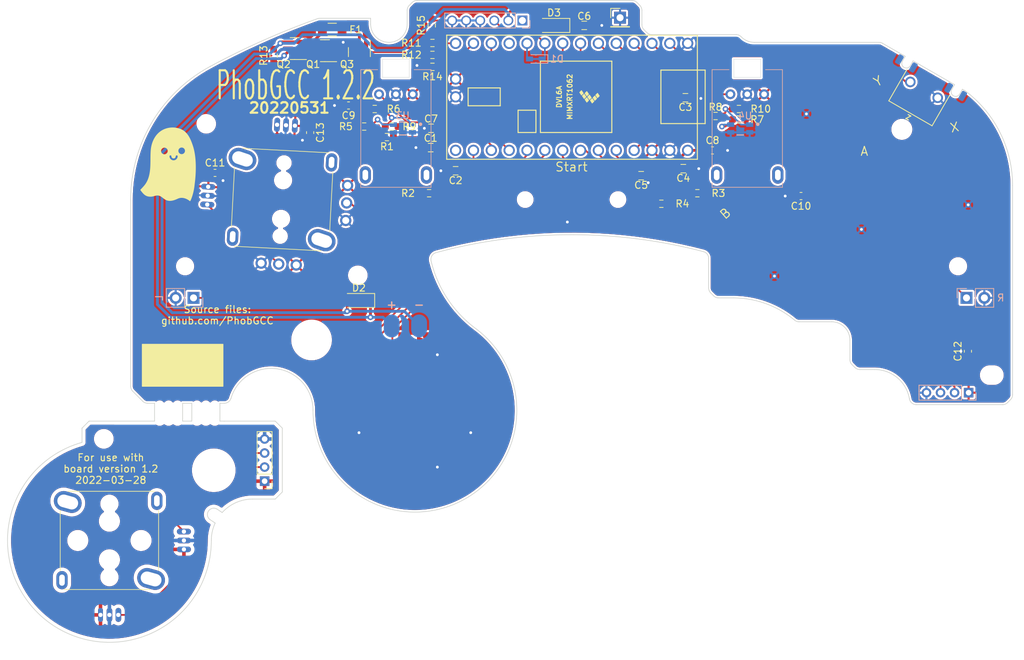
<source format=kicad_pcb>
(kicad_pcb (version 20211014) (generator pcbnew)
  (layers (0 "F.Cu" signal) (31 "B.Cu" signal) (36 "B.SilkS" user "B.Silkscreen") (37 "F.SilkS" user "F.Silkscreen") (38 "B.Mask" user) (39 "F.Mask" user) (44 "Edge.Cuts" user))
  (net 0 "")
  (net 1 "GND")
  (net 2 "+3V3")
  (net 3 "/C_x")
  (net 4 "/C_y")
  (net 5 "/A")
  (net 6 "/B")
  (net 7 "/X")
  (net 8 "/Y")
  (net 9 "/R")
  (net 10 "/Start")
  (net 11 "/Z")
  (net 12 "/Dleft")
  (net 13 "/Dup")
  (net 14 "/Dright")
  (net 15 "/Ddown")
  (net 16 "/Lanalog")
  (net 17 "/Ranalog")
  (net 18 "/Stick_x")
  (net 19 "/Stick_y")
  (net 20 "/L")
  (net 21 "/Stick_x_filt")
  (net 22 "/Stick_y_filt")
  (net 23 "+5V")
  (net 25 "/Rumble")
  (net 27 "/C_x_filt")
  (net 28 "/C_y_filt")
  (net 29 "Net-(R5-Pad2)")
  (net 30 "Net-(R6-Pad2)")
  (net 31 "Net-(R7-Pad2)")
  (net 32 "Net-(Q1-Pad1)")
  (net 33 "Net-(R10-Pad2)")
  (net 34 "Net-(C6-Pad1)")
  (net 35 "Net-(F1-Pad2)")
  (net 36 "Net-(Q1-Pad3)")
  (net 37 "/Brake")
  (net 38 "Net-(Q3-Pad1)")
  (net 39 "Net-(D2-Pad2)")
  (net 40 "/Data")
  (net 42 "VCC")
  (net 43 "Net-(J4-Pad2)")
  (net 44 "Net-(J4-Pad3)")
  (footprint "PhobGCC_Footprints:MountingHole_2.0mm" (layer "F.Cu") (at 42.291107 102.488107)
    (fp_text reference "H12" hide)
    (fp_text value "MountingHole")
  )
  (footprint "PhobGCC_Footprints:Dpad_Contact_TL3315NF_2" (layer "F.Cu") (at 90.257107 75.987107 -90)
    (fp_text reference "SW10" hide)
    (fp_text value "Dup" hide)
  )
  (footprint "PhobGCC_Footprints:R_0603_1608Metric_Pad0.98x0.95mm_HandSolder" (layer "F.Cu") (at 92.657107 29.124607 -90)
    (fp_text reference "R15")
    (fp_text value "10k")
  )
  (footprint "PhobGCC_Footprints:ABXY_Contact_Omron_Switch" (layer "F.Cu") (at 149.807107 39.787107 -63)
    (fp_text reference "SW4" hide)
    (fp_text value "Y")
  )
  (footprint "PhobGCC_Footprints:MountingHole_2.0mm" (layer "F.Cu") (at 167.557107 63.437107)
    (fp_text reference "H4" hide)
    (fp_text value "2mm")
  )
  (footprint "PhobGCC_Footprints:D_SOD-123" (layer "F.Cu") (at 82.287107 68.317107 180)
    (fp_text reference "D2")
    (fp_text value "M7C")
  )
  (footprint "PhobGCC_Footprints:MountingHole_1.8mm" (layer "F.Cu") (at 119.157107 53.937107)
    (fp_text reference "H6" hide)
    (fp_text value "1.8mm")
  )
  (footprint "PhobGCC_Footprints:R_0603_1608Metric_Pad0.98x0.95mm_HandSolder" (layer "F.Cu") (at 86.282107 45.037107 180)
    (fp_text reference "R1")
    (fp_text value "2k")
  )
  (footprint "PhobGCC_Footprints:C_0603_HandSoldering" (layer "F.Cu") (at 96.057107 49.837107 180)
    (fp_text reference "C2")
    (fp_text value "0.047u")
  )
  (footprint "PhobGCC_Footprints:R_0603_1608Metric_Pad0.98x0.95mm_HandSolder" (layer "F.Cu") (at 130.457107 53.037107)
    (fp_text reference "R3")
    (fp_text value "2k")
  )
  (footprint "PhobGCC_Footprints:ABXY_Contact_Omron_Switch" (layer "F.Cu") (at 138.607107 61.587107 41)
    (fp_text reference "SW2" hide)
    (fp_text value "B")
  )
  (footprint "PhobGCC_Footprints:Fuse_1206_3216Metric" (layer "F.Cu") (at 78.494607 29.737107)
    (fp_text reference "F1")
    (fp_text value "Fuse")
  )
  (footprint "PhobGCC_Footprints:Dpad_Contact_TL3315NF_2" (layer "F.Cu") (at 90.257107 91.887107 -90)
    (fp_text reference "SW12" hide)
    (fp_text value "Ddown" hide)
  )
  (footprint "PhobGCC_Footprints:ABXY_Contact_Omron_Switch" (layer "F.Cu") (at 153.807107 53.887107)
    (fp_text reference "SW1" hide)
    (fp_text value "A")
  )
  (footprint "PhobGCC_Footprints:MountingHole_1.8mm" (layer "F.Cu") (at 105.957107 53.937107)
    (fp_text reference "H5" hide)
    (fp_text value "1.8mm")
  )
  (footprint "PhobGCC_Footprints:C_0603_HandSoldering" (layer "F.Cu") (at 122.457107 50.537107)
    (fp_text reference "C5")
    (fp_text value "0.047u")
  )
  (footprint "PhobGCC_Footprints:C_0603_1608Metric_Pad1.08x0.95mm_HandSolder" (layer "F.Cu") (at 75.357107 44.399607 -90)
    (fp_text reference "C13")
    (fp_text value "1u")
  )
  (footprint "PhobGCC_Footprints:R_0603_1608_DNP" (layer "F.Cu") (at 86.957107 43.537107)
    (fp_text reference "R9")
    (fp_text value "DNP")
  )
  (footprint "PhobGCC_Footprints:R_0603_1608Metric_Pad0.98x0.95mm_HandSolder" (layer "F.Cu") (at 92.282107 53.037107 180)
    (fp_text reference "R2")
    (fp_text value "2k")
  )
  (footprint "PhobGCC_Footprints:MountingHole_2.4mm" (layer "F.Cu") (at 159.557107 43.937107)
    (fp_text reference "H7" hide)
    (fp_text value "2.4mm")
  )
  (footprint "PhobGCC_Footprints:D_SOD-123" (layer "F.Cu") (at 110.054107 29.137107 180)
    (fp_text reference "D3")
    (fp_text value "M7C")
  )
  (footprint "PhobGCC_Footprints:MountingHole_2.2mm" (layer "F.Cu") (at 82.140485 64.720485)
    (fp_text reference "H9" hide)
    (fp_text value "2.2mm")
  )
  (footprint "PhobGCC_Footprints:C_0603_HandSoldering" (layer "F.Cu") (at 128.457107 49.537107)
    (fp_text reference "C4")
    (fp_text value "0.047u")
  )
  (footprint "PhobGCC_Footprints:C_0603_HandSoldering" (layer "F.Cu") (at 92.507107 46.537107 180)
    (fp_text reference "C1")
    (fp_text value "0.047u")
  )
  (footprint "PhobGCC_Footprints:Ghost Logo 2" (layer "F.Cu") (at 55.357107 49.037107)
    (fp_text reference "G***" hide)
    (fp_text value "LOGO" hide)
  )
  (footprint "PhobGCC_Footprints:breakaway-mousebites-double" (layer "F.Cu") (at 55.445107 85.484957)
    (fp_text reference "H14" hide)
    (fp_text value "MouseBite" hide)
    (fp_line (start -2.233 -2.537893) (end -2.233 0.002107) (layer "Edge.Cuts") (width 0.1))
    (fp_line (start 1.767 -2.537893) (end 1.767 0.002107) (layer "Edge.Cuts") (width 0.1))
  )
  (footprint "PhobGCC_Footprints:C_0603_HandSoldering" (layer "F.Cu") (at 114.357107 29.137107)
    (fp_text reference "C6")
    (fp_text value "10u")
  )
  (footprint "PhobGCC_Footprints:R_0603_1608_DNP" (layer "F.Cu") (at 136.369607 41.037107 180)
    (fp_text reference "R10")
    (fp_text value "DNP")
  )
  (footprint "PhobGCC_Footprints:MountingHole_2.2mm" (layer "F.Cu") (at 60.573729 43.153728)
    (fp_text reference "H8" hide)
    (fp_text value "2.2mm")
  )
  (footprint "PhobGCC_Footprints:breakaway-mousebites-double" (layer "F.Cu") (at 60.746107 85.484957)
    (fp_text reference "H15" hide)
    (fp_text value "MouseBite" hide)
    (fp_line (start 1.767 -2.537893) (end 1.767 0.002107) (layer "Edge.Cuts") (width 0.1))
    (fp_line (start -2.233 -2.537893) (end -2.233 0.002107) (layer "Edge.Cuts") (width 0.1))
  )
  (footprint "PhobGCC_Footprints:R_0603_1608Metric_Pad0.98x0.95mm_HandSolder" (layer "F.Cu") (at 92.757107 35.037107)
    (fp_text reference "R14")
    (fp_text value "10k")
  )
  (footprint "PhobGCC_Footprints:R_0603_1608Metric_Pad0.98x0.95mm_HandSolder" (layer "F.Cu") (at 92.757107 33.337107 180)
    (fp_text reference "R12")
    (fp_text value "100R")
  )
  (footprint "PhobGCC_Footprints:MountingHole_1.8mm" (layer "F.Cu") (at 45.991107 88.013107)
    (fp_text reference "H10" hide)
    (fp_text value "MountingHole")
  )
  (footprint "PhobGCC_Footprints:GCC_Stickbox_Hall_Only" (layer "F.Cu") (at 46.791107 102.488107 180)
    (fp_text reference "U5" hide)
    (fp_text value "Stickbox_Assembly")
  )
  (footprint "PhobGCC_Footprints:GCC_Stickbox_2" (layer "F.Cu") (at 71.36219 53.935339 -3)
    (fp_text reference "U2" hide)
    (fp_text value "2x DRV5053CAQLPGM Hall Effect Sensors")
  )
  (footprint "PhobGCC_Footprints:C_0603_1608Metric_Pad1.08x0.95mm_HandSolder" (layer "F.Cu") (at 80.819607 40.537107 180)
    (fp_text reference "C9")
    (fp_text value "1u")
  )
  (footprint "PhobGCC_Footprints:R_0603_1608_DNP" (layer "F.Cu") (at 133.044607 42.037107 180)
    (fp_text reference "R8")
    (fp_text value "DNP")
  )
  (footprint "PhobGCC_Footprints:C_0603_1608Metric_Pad1.08x0.95mm_HandSolder" (layer "F.Cu") (at 145.207107 53.437107 180)
    (fp_text reference "C10")
    (fp_text value "1u")
  )
  (footprint "PhobGCC_Footprints:Teensy40_Edge_Pins" (layer "F.Cu") (at 112.567107 39.307107 180)
    (fp_text reference "U1" hide)
    (fp_text value "Teensy4.0")
  )
  (footprint "PhobGCC_Footprints:Dpad_Contact_TL3315NF_2" (layer "F.Cu") (at 82.307107 83.937107 180)
    (fp_text reference "SW9" hide)
    (fp_text value "Dleft" hide)
  )
  (footprint "PhobGCC_Footprints:Z_Switch_Edge" (layer "F.Cu") (at 162.70855 38.312107 -30)
    (fp_text reference "SW8" hide)
    (fp_text value "Z")
  )
  (footprint "PhobGCC_Footprints:R_0603_1608Metric_Pad0.98x0.95mm_HandSolder" (layer "F.Cu") (at 125.332107 54.537107)
    (fp_text reference "R4")
    (fp_text value "2k")
  )
  (footprint "PhobGCC_Footprints:C_0603_1608Metric_Pad1.08x0.95mm_HandSolder" (layer "F.Cu") (at 168.957107 75.537107 90)
    (fp_text reference "C12")
    (fp_text value "1u")
  )
  (footprint "PhobGCC_Footprints:SOT-23" (layer "F.Cu") (at 73.157107 32.437107 180)
    (fp_text reference "Q2")
    (fp_text value "Q_PMOS_GDS")
  )
  (footprint "PhobGCC_Footprints:MountingHole_2.0mm" (layer "F.Cu") (at 57.557107 63.437107)
    (fp_text reference "H3" hide)
    (fp_text value "2mm")
  )
  (footprint "PhobGCC_Footprints:C_0603_1608Metric_Pad1.08x0.95mm_HandSolder" (layer "F.Cu") (at 132.607107 46.937107)
    (fp_text reference "C8")
    (fp_text value "1u")
  )
  (footprint "PhobGCC_Footprints:R_0603_1608_DNP" (layer "F.Cu") (at 136.369607 42.537107 180)
    (fp_text reference "R7")
    (fp_text value "DNP")
  )
  (footprint "PhobGCC_Footprints:MountingHole_5.2mm" (layer "F.Cu") (at 61.641107 92.488107)
    (fp_text reference "H11" hide)
    (fp_text value "MountingHole")
  )
  (footprint "PhobGCC_Footprints:Dpad_Contact_TL3315NF_2" (layer "F.Cu") (at 98.207107 83.937107 180)
    (fp_text reference "SW11" hide)
    (fp_text value "Dright" hide)
  )
  (footprint "PhobGCC_Footprints:R_0603_1608_DNP" (layer "F.Cu") (at 84.544607 41.037107)
    (fp_text reference "R6")
    (fp_text value "DNP")
  )
  (footprint "PhobGCC_Footprints:Start_Contact" (layer "F.Cu") (at 112.557107 53.987107)
    (fp_text reference "SW5" hide)
    (fp_text value "Start")
  )
  (footprint "PhobGCC_Footprints:PinHeader_1x04_P2.00mm_Vertical" (layer "F.Cu") (at 68.877107 94.037107 180)
    (fp_text reference "J4" hide)
    (fp_text value "Conn_01x04_Male")
  )
  (footprint "PhobGCC_Footprints:R_0603_1608Metric_Pad0.98x0.95mm_HandSolder" (layer "F.Cu") (at 92.757107 31.637107 180)
    (fp_text reference "R11")
    (fp_text value "100R")
  )
  (footprint "PhobGCC_Footprints:C_0603_HandSoldering" (layer "F.Cu") (at 128.757107 39.437107)
    (fp_text reference "C3")
    (fp_text value "0.047u")
  )
  (footprint "PhobGCC_Footprints:R_0603_1608Metric_Pad0.98x0.95mm_HandSolder" (layer "F.Cu") (at 70.157107 33.437107 90)
    (fp_text reference "R13")
    (fp_text value "10k")
  )
  (footprint "PhobGCC_Footprints:C_0603_1608Metric_Pad1.08x0.95mm_HandSolder" (layer "F.Cu") (at 61.819607 50.137107)
    (fp_text reference "C11")
    (fp_text value "1u")
  )
  (footprint "PhobGCC_Footprints:MountingHole_5.2mm" (layer "F.Cu") (at 75.557107 73.937107)
    (fp_text reference "H1" hide)
    (fp_text value "5.2mm")
  )
  (footprint "PhobGCC_Footprints:ABXY_Contact_Omron_Switch" (layer "F.Cu") (at 168.107107 50.487107 12)
    (fp_text reference "SW3" hide)
    (fp_text value "X")
  )
  (footprint "PhobGCC_Footprints:PinHeader_1x01_P2.54mm_Vertical" (layer "F.Cu") (at 119.457107 28.037107)
    (fp_text reference "J3" hide)
    (fp_text value "Conn_01x01_Male")
  )
  (footprint "PhobGCC_Footprints:R_0603_1608_DNP" (layer "F.Cu") (at 83.044607 43.537107)
    (fp_text reference "R5")
    (fp_text value "DNP")
  )
  (footprint "PhobGCC_Footprints:Slot" (layer "F.Cu") (at 172.357107 78.937107)
    (fp_text reference "H2" hide)
    (fp_text value "Slot")
  )
  (footprint "PhobGCC_Footprints:C_0603_HandSoldering" (layer "F.Cu") (at 92.557107 43.787107 180)
    (fp_text reference "C7")
    (fp_text value "0.047u")
  )
  (footprint "PhobGCC_Footprints:MountingHole_2.0mm" (layer "F.Cu") (at 51.291107 102.488107)
    (fp_text reference "H13" hide)
    (fp_text value "MountingHole")
  )
  (footprint "PhobGCC_Footprints:SOT-23" (layer "F.Cu") (at 77.457107 32.737107 180)
    (fp_text reference "Q1")
    (fp_text value "Q_NMOS_GSD")
  )
  (footprint "PhobGCC_Footprints:SOT-23" (layer "F.Cu") (at 82.357107 32.937107 -90)
    (fp_text reference "Q3")
    (fp_text value "Q_NMOS_GSD")
  )
  (footprint "PhobGCC_Footprints:PinHeader_1x04_P2.00mm_Vertical" (layer "B.Cu") (at 169.057107 81.437107 90)
    (fp_text reference "J2" hide)
    (fp_text value "Conn_01x04_Female")
  )
  (footprint "PhobGCC_Footprints:Sharp_Microelectronics-GP2S60-MFG" (layer "B.Cu") (at 88.557107 43.812107 180)
    (fp_text reference "U3")
    (fp_text value "GP2S60-MFG" hide)
  )
  (footprint "PhobGCC_Footprints:GCC_Header_Straight_1x06_Pitch2.00mm" (layer "B.Cu") (at 105.557107 28.437107 90)
    (fp_text reference "J1" hide)
    (fp_text value "Conn_01x06_Female")
  )
  (footprint "PhobGCC_Footprints:Pin_Header_Straight_1x02_Pitch2.54mm" (layer "B.Cu") (at 58.757107 67.937107 90)
    (fp_text reference "SW6" hide)
    (fp_text value "L")
  )
  (footprint "PhobGCC_Footprints:GCC_Slider" (layer "B.Cu") (at 137.557107 38.937107 180)
    (fp_text reference "RV2" hide)
    (fp_text value "R_POT_MountingPin")
  )
  (footprint "PhobGCC_Footprints:Pin_Header_Straight_1x02_Pitch2.54mm" (layer "B.Cu") (at 168.757107 67.937107 -90)
    (fp_text reference "SW7" hide)
    (fp_text value "R")
  )
  (footprint "PhobGCC_Footprints:Sharp_Microelectronics-GP2S60-MFG" (layer "B.Cu") (at 136.557107 43.812107 180)
    (fp_text reference "U4")
    (fp_text value "GP2S60-MFG" hide)
  )
  (footprint "PhobGCC_Footprints:D_SOD-523_Shorted" (layer "B.Cu") (at 107.474107 33.912107 180)
    (fp_text reference "D1")
    (fp_text value "D_Schottky_Shorted")
  )
  (footprint "PhobGCC_Footprints:rumble_pins" (layer "B.Cu") (at 87.749107 71.925107 -90)
    (fp_text reference "J5" hide)
    (fp_text value "Rumble" hide)
  )
  (footprint "PhobGCC_Footprints:GCC_Slider" (layer "B.Cu") (at 87.557107 38.937107 180)
    (fp_text reference "RV1" hide)
    (fp_text value "R_POT_MountingPin")
  )
  (gr_poly (pts (xy 62.957107 80.537107) (xy 51.457107 80.537107) (xy 51.457107 74.537107) (xy 62.957107 74.537107)) (layer "F.SilkS") (width 0.1) (fill solid))
  (gr_arc (start 61.291107 102.488107) (mid 38.024278 114.038547) (end 42.891107 88.522435) (layer "Edge.Cuts") (width 0.1))
  (gr_line (start 57.212107 82.947064) (end 58.513107 82.947064) (layer "Edge.Cuts") (width 0.1))
  (gr_arc (start 155.702021 78.144213) (mid 158.9295 79.325409) (end 160.632089 82.31088) (layer "Edge.Cuts") (width 0.1))
  (gr_arc (start 89.871319 25.866749) (mid 90.195741 25.649972) (end 90.578426 25.573856) (layer "Edge.Cuts") (width 0.1))
  (gr_line (start 133.478426 67.944214) (end 135.564213 67.944214) (layer "Edge.Cuts") (width 0.1))
  (gr_arc (start 61.138489 99.53867) (mid 60.888303 98.29075) (end 62.136207 98.040485) (layer "Edge.Cuts") (width 0.1))
  (gr_line (start 83.964213 28.944214) (end 83.964213 28.117222) (layer "Edge.Cuts") (width 0.1))
  (gr_line (start 50.107107 81.237107) (end 51.52132 82.65132) (layer "Edge.Cuts") (width 0.1))
  (gr_line (start 160.031838 33.538098) (end 156.79568 31.677307) (layer "Edge.Cuts") (width 0.1))
  (gr_arc (start 161.618101 83.144214) (mid 160.972599 82.907978) (end 160.632089 82.31088) (layer "Edge.Cuts") (width 0.1))
  (gr_arc (start 131.316723 61.35081) (mid 131.855574 61.707058) (end 132.064213 62.318404) (layer "Edge.Cuts") (width 0.1))
  (gr_line (start 156.297209 31.544214) (end 138.564213 31.544214) (layer "Edge.Cuts") (width 0.1))
  (gr_arc (start 122.27132 26.280963) (mid 122.488093 26.605387) (end 122.564213 26.98807) (layer "Edge.Cuts") (width 0.1))
  (gr_arc (start 133.478425 67.944214) (mid 133.095741 67.868095) (end 132.771319 67.65132) (layer "Edge.Cuts") (width 0.1))
  (gr_line (start 89.164213 26.98807) (end 89.164213 28.944214) (layer "Edge.Cuts") (width 0.1))
  (gr_line (start 42.891107 86.488107) (end 42.891107 88.522435) (layer "Edge.Cuts") (width 0.1))
  (gr_line (start 152.164213 73.944214) (end 152.164213 76.73) (layer "Edge.Cuts") (width 0.1))
  (gr_line (start 153.578426 78.144214) (end 155.702022 78.144214) (layer "Edge.Cuts") (width 0.1))
  (gr_arc (start 61.121552 34.983981) (mid 68.631497 31.288888) (end 76.400655 28.175501) (layer "Edge.Cuts") (width 0.1))
  (gr_line (start 43.891107 85.484214) (end 42.891107 86.488107) (layer "Edge.Cuts") (width 0.1))
  (gr_arc (start 61.291107 102.488107) (mid 61.429636 101.21676) (end 61.839 100.005176) (layer "Edge.Cuts") (width 0.1))
  (gr_line (start 121.149999 25.573856) (end 90.578426 25.573856) (layer "Edge.Cuts") (width 0.1))
  (gr_arc (start 52.230107 82.947107) (mid 51.846502 82.869212) (end 51.52132 82.65132) (layer "Edge.Cuts") (width 0.1))
  (gr_line (start 63.135107 85.487107) (end 62.513107 85.487064) (layer "Edge.Cuts") (width 0.1))
  (gr_arc (start 122.857106 29.738589) (mid 122.64033 29.414167) (end 122.564213 29.031482) (layer "Edge.Cuts") (width 0.1))
  (gr_line (start 49.814214 79.471107) (end 49.814107 80.53) (layer "Edge.Cuts") (width 0.1))
  (gr_line (start 132.064213 62.318404) (end 132.064213 66.53) (layer "Edge.Cuts") (width 0.1))
  (gr_line (start 57.212107 85.487064) (end 58.513107 85.487064) (layer "Edge.Cuts") (width 0.1))
  (gr_line (start 168.564213 38.444214) (end 168.180757 38.223727) (layer "Edge.Cuts") (width 0.1))
  (gr_arc (start 64.092398 82.231506) (mid 63.732591 82.746615) (end 63.137107 82.947107) (layer "Edge.Cuts") (width 0.1))
  (gr_arc (start 149.564213 71.344214) (mid 151.402677 72.105742) (end 152.164213 73.944214) (layer "Edge.Cuts") (width 0.1))
  (gr_line (start 49.814214 65.05461) (end 49.814107 53.944212) (layer "Edge.Cuts") (width 0.1))
  (gr_line (start 161.158816 34.18611) (end 160.760039 34.879636) (layer "Edge.Cuts") (width 0.1))
  (gr_arc (start 98.928651 72.317626) (mid 96.76866 96.903465) (end 75.764212 83.944214) (layer "Edge.Cuts") (width 0.1))
  (gr_line (start 135.657107 36.537107) (end 135.657107 33.937107) (layer "Edge.Cuts") (width 0.05))
  (gr_line (start 135.657107 33.937107) (end 139.457107 33.937107) (layer "Edge.Cuts") (width 0.05))
  (gr_line (start 71.391107 95.588107) (end 71.391107 86.488107) (layer "Edge.Cuts") (width 0.1))
  (gr_arc (start 93.278099 61.492184) (mid 112.288206 58.944732) (end 131.316723 61.35081) (layer "Edge.Cuts") (width 0.1))
  (gr_line (start 62.836717 98.50699) (end 62.136207 98.040485) (layer "Edge.Cuts") (width 0.1))
  (gr_arc (start 160.760039 34.879635) (mid 159.87249 35.119196) (end 159.633061 34.231623) (layer "Edge.Cuts") (width 0.1))
  (gr_line (start 167.053779 37.575714) (end 161.158816 34.18611) (layer "Edge.Cuts") (width 0.1))
  (gr_arc (start 64.092399 82.231506) (mid 70.66817 78.045812) (end 75.764212 83.944214) (layer "Edge.Cuts") (width 0.1))
  (gr_line (start 166.655002 38.269239) (end 167.053779 37.575714) (layer "Edge.Cuts") (width 0.1))
  (gr_line (start 139.457107 33.937107) (end 139.457107 36.537107) (layer "Edge.Cuts") (width 0.05))
  (gr_line (start 122.564213 29.031482) (end 122.564213 26.98807) (layer "Edge.Cuts") (width 0.1))
  (gr_line (start 63.137107 82.947107) (end 62.513107 82.947064) (layer "Edge.Cuts") (width 0.1))
  (gr_arc (start 156.297209 31.544213) (mid 156.555175 31.578062) (end 156.79568 31.677307) (layer "Edge.Cuts") (width 0.1))
  (gr_arc (start 167.78198 38.917251) (mid 166.894487 39.156702) (end 166.655002 38.269239) (layer "Edge.Cuts") (width 0.1))
  (gr_arc (start 135.564213 67.944213) (mid 140.207094 68.760519) (end 144.293103 71.111524) (layer "Edge.Cuts") (width 0.1))
  (gr_arc (start 123.978426 30.445696) (mid 123.595743 30.369574) (end 123.271319 30.152803) (layer "Edge.Cuts") (width 0.1))
  (gr_line (start 83.964213 28.117222) (end 76.737052 28.117222) (layer "Edge.Cuts") (width 0.1))
  (gr_line (start 61.138489 99.53867) (end 61.839 100.005176) (layer "Edge.Cuts") (width 0.1))
  (gr_line (start 70.391107 96.588107) (end 71.391107 95.588107) (layer "Edge.Cuts") (width 0.1))
  (gr_line (start 135.975277 30.445696) (end 123.978426 30.445696) (layer "Edge.Cuts") (width 0.1))
  (gr_line (start 123.271319 30.152803) (end 122.857106 29.738589) (layer "Edge.Cuts") (width 0.1))
  (gr_arc (start 98.92865 72.317626) (mid 94.905905 68.06188) (end 92.565972 62.693588) (layer "Edge.Cuts") (width 0.1))
  (gr_arc (start 138.564213 31.544214) (mid 137.548643 31.337665) (end 136.694426 30.75084) (layer "Edge.Cuts") (width 0.1))
  (gr_line (start 49.814214 65.05461) (end 49.814214 79.471107) (layer "Edge.Cuts") (width 0.1))
  (gr_line (start 53.212107 85.487064) (end 43.891107 85.484214) (layer "Edge.Cuts") (width 0.1))
  (gr_line (start 159.633061 34.231623) (end 160.031838 33.538098) (layer "Edge.Cuts") (width 0.1))
  (gr_line (start 152.457106 77.437107) (end 152.871319 77.85132) (layer "Edge.Cuts") (width 0.1))
  (gr_arc (start 135.975277 30.445696) (mid 136.36588 30.525141) (end 136.694426 30.75084) (layer "Edge.Cuts") (width 0.1))
  (gr_arc (start 153.578425 78.144214) (mid 153.195735 78.068103) (end 152.871319 77.85132) (layer "Edge.Cuts") (width 0.1))
  (gr_arc (start 89.164213 28.944214) (mid 86.564213 31.544214) (end 83.964213 28.944214) (layer "Edge.Cuts") (width 0.1))
  (gr_line (start 67.191107 96.588107) (end 70.391107 96.588107) (layer "Edge.Cuts") (width 0.1))
  (gr_line (start 168.180757 38.223727) (end 167.78198 38.917252) (layer "Edge.Cuts") (width 0.1))
  (gr_arc (start 92.565971 62.693587) (mid 92.67757 61.947979) (end 93.278099 61.492183) (layer "Edge.Cuts") (width 0.1))
  (gr_line (start 53.212107 82.947064) (end 52.230107 82.947107) (layer "Edge.Cuts") (width 0.1))
  (gr_arc (start 174.607106 82.851321) (mid 174.282682 83.068091) (end 173.899999 83.144214) (layer "Edge.Cuts") (width 0.1))
  (gr_line (start 122.271319 26.280963) (end 121.857106 25.86675) (layer "Edge.Cuts") (width 0.1))
  (gr_arc (start 144.934378 71.344213) (mid 144.593288 71.284237) (end 144.293103 71.111524) (layer "Edge.Cuts") (width 0.1))
  (gr_line (start 89.457107 36.537107) (end 85.657107 36.537107) (layer "Edge.Cuts") (width 0.05))
  (gr_line (start 175.314213 81.73) (end 175.314213 51.944214) (layer "Edge.Cuts") (width 0.1))
  (gr_arc (start 50.107106 81.237107) (mid 49.890301 80.912686) (end 49.814107 80.53) (layer "Edge.Cuts") (width 0.1))
  (gr_line (start 63.135107 85.487107) (end 70.390659 85.487107) (layer "Edge.Cuts") (width 0.1))
  (gr_line (start 132.357106 67.237107) (end 132.771319 67.65132) (layer "Edge.Cuts") (width 0.1))
  (gr_arc (start 132.357106 67.237107) (mid 132.140335 66.912683) (end 132.064213 66.53) (layer "Edge.Cuts") (width 0.1))
  (gr_arc (start 175.314213 81.730001) (mid 175.238087 82.112679) (end 175.021319 82.437107) (layer "Edge.Cuts") (width 0.1))
  (gr_arc (start 76.400655 28.175502) (mid 76.56635 28.131912) (end 76.737052 28.117222) (layer "Edge.Cuts") (width 0.1))
  (gr_arc (start 62.836717 98.50699) (mid 64.811738 97.08877) (end 67.191107 96.588107) (layer "Edge.Cuts") (width 0.1))
  (gr_arc (start 49.814212 53.944212) (mid 52.855677 42.906252) (end 61.121553 34.983981) (layer "Edge.Cuts") (width 0.1))
  (gr_line (start 139.457107 36.537107) (end 135.657107 36.537107) (layer "Edge.Cuts") (width 0.05))
  (gr_arc (start 168.564213 38.444214) (mid 173.532668 44.397486) (end 175.314213 51.944214) (layer "Edge.Cuts") (width 0.1))
  (gr_arc (start 152.457106 77.437107) (mid 152.24033 77.112684) (end 152.164213 76.73) (layer "Edge.Cuts") (width 0.1))
  (gr_arc (start 89.164213 26.98807) (mid 89.240333 26.605386) (end 89.457106 26.280963) (layer "Edge.Cuts") (width 0.1))
  (gr_line (start 89.871319 25.86675) (end 89.457106 26.280963) (layer "Edge.Cuts") (width 0.1))
  (gr_line (start 144.934378 71.344214) (end 149.564213 71.344214) (layer "Edge.Cuts") (width 0.1))
  (gr_line (start 71.391107 86.488107) (end 70.390659 85.487107) (layer "Edge.Cuts") (width 0.1))
  (gr_line (start 174.607106 82.85132) (end 175.021319 82.437107) (layer "Edge.Cuts") (width 0.1))
  (gr_line (start 85.657107 33.937107) (end 89.457107 33.937107) (layer "Edge.Cuts") (width 0.05))
  (gr_line (start 85.657107 36.537107) (end 85.657107 33.937107) (layer "Edge.Cuts") (width 0.05))
  (gr_line (start 161.618102 83.144214) (end 173.899999 83.144214) (layer "Edge.Cuts") (width 0.1))
  (gr_arc (start 121.15 25.573856) (mid 121.532686 25.64997) (end 121.857106 25.86675) (layer "Edge.Cuts") (width 0.1))
  (gr_line (start 89.457107 33.937107) (end 89.457107 36.537107) (layer "Edge.Cuts") (width 0.05))
  (gr_text "For use with\nboard version 1.2\n2022-03-28" (at 46.991107 92.288107) (layer "F.SilkS") (effects (font (size 1 1))))
  (gr_text "Source files:\ngithub.com/PhobGCC" (at 62.157107 70.387107) (layer "F.SilkS") (effects (font (size 1 1))))
  (gr_text "PhobGCC 1.2.2" (at 73.297107 37.687107) (layer "F.SilkS") (effects (font (size 4 2) (thickness 0.3))))
  (gr_text "20220531" (at 72.397107 40.887107) (layer "F.SilkS") (effects (font (size 1.5 1.5) (thickness 0.3))))
  (segment (start 91.844607 35.037107) (end 90.757107 35.037107) (width 0.25) (layer "F.Cu") (net 1))
  (segment (start 129.707107 39.437107) (end 130.857107 39.437107) (width 0.25) (layer "F.Cu") (net 1))
  (segment (start 92.882107 28.437107) (end 95.557107 28.437107) (width 0.25) (layer "F.Cu") (net 1))
  (segment (start 115.307107 29.137107) (end 116.857107 29.137107) (width 0.4) (layer "F.Cu") (net 1))
  (segment (start 79.957107 40.537107) (end 78.819607 40.537107) (width 0.25) (layer "F.Cu") (net 1))
  (segment (start 144.257107 53.437107) (end 142.957107 53.437107) (width 0.4) (layer "F.Cu") (net 1))
  (segment (start 130.857107 39.437107) (end 130.957107 39.537107) (width 0.25) (layer "F.Cu") (net 1))
  (segment (start 91.557107 46.537107) (end 90.407109 46.537107) (width 0.25) (layer "F.Cu") (net 1))
  (segment (start 74.257107 45.487107) (end 74.482107 45.262107) (width 0.25) (layer "F.Cu") (net 1))
  (segment (start 79.807107 31.787107) (end 80.057107 31.537107) (width 0.4) (layer "F.Cu") (net 1))
  (segment (start 78.394607 31.787107) (end 79.807107 31.787107) (width 0.4) (layer "F.Cu") (net 1))
  (segment (start 80.357107 31.537107) (end 80.057107 31.537107) (width 0.4) (layer "F.Cu") (net 1))
  (segment (start 134.757107 46.937107) (end 133.557107 46.937107) (width 0.4) (layer "F.Cu") (net 1))
  (segment (start 81.407107 31.999607) (end 80.819607 31.999607) (width 0.4) (layer "F.Cu") (net 1))
  (segment (start 95.107107 49.837107) (end 93.957109 49.837107) (width 0.25) (layer "F.Cu") (net 1))
  (segment (start 62.682107 50.137107) (end 62.682107 50.962107) (width 0.25) (layer "F.Cu") (net 1))
  (segment (start 90.757107 35.037107) (end 90.557107 34.837107) (width 0.25) (layer "F.Cu") (net 1))
  (segment (start 168.819607 74.674607) (end 167.957107 75.537107) (width 0.25) (layer "F.Cu") (net 1))
  (segment (start 62.682107 50.962107) (end 62.957107 51.237107) (width 0.25) (layer "F.Cu") (net 1))
  (segment (start 129.407107 49.537107) (end 130.657109 49.537107) (width 0.25) (layer "F.Cu") (net 1))
  (segment (start 80.819607 31.999607) (end 80.357107 31.537107) (width 0.4) (layer "F.Cu") (net 1))
  (segment (start 74.482107 45.262107) (end 75.357107 45.262107) (width 0.25) (layer "F.Cu") (net 1))
  (segment (start 123.457107 51.537107) (end 123.457107 50.587107) (width 0.25) (layer "F.Cu") (net 1))
  (via (at 90.407109 46.537107) (size 0.8) (drill 0.4) (layers "F.Cu" "B.Cu") (net 1))
  (via (at 130.657109 49.537107) (size 0.8) (drill 0.4) (layers "F.Cu" "B.Cu") (net 1))
  (via (at 91.607107 43.787107) (size 0.8) (drill 0.4) (layers "F.Cu" "B.Cu") (net 1))
  (via (at 130.957107 39.537107) (size 0.8) (drill 0.4) (layers "F.Cu" "B.Cu") (net 1))
  (via (at 111.957107 57.137107) (size 0.8) (drill 0.4) (layers "F.Cu" "B.Cu") (net 1))
  (via (at 167.957107 75.537107) (size 0.8) (drill 0.4) (layers "F.Cu" "B.Cu") (net 1))
  (via (at 62.957107 51.237107) (size 0.8) (drill 0.4) (layers "F.Cu" "B.Cu") (net 1))
  (via (at 98.207107 87.137107) (size 0.8) (drill 0.4) (layers "F.Cu" "B.Cu") (net 1))
  (via (at 80.057107 31.537107) (size 0.8) (drill 0.4) (layers "F.Cu" "B.Cu") (net 1))
  (via (at 134.757107 46.937107) (size 0.8) (drill 0.4) (layers "F.Cu" "B.Cu") (net 1))
  (via (at 90.557107 34.837107) (size 0.8) (drill 0.4) (layers "F.Cu" "B.Cu") (net 1))
  (via (at 74.257107 45.487107) (size 0.8) (drill 0.4) (layers "F.Cu" "B.Cu") (net 1))
  (via (at 93.457107 76.037107) (size 0.8) (drill 0.4) (layers "F.Cu" "B.Cu") (net 1))
  (via (at 93.957109 49.837107) (size 0.8) (drill 0.4) (layers "F.Cu" "B.Cu") (net 1))
  (via (at 116.857107 29.137107) (size 0.8) (drill 0.4) (layers "F.Cu" "B.Cu") (net 1))
  (via (at 93.457107 92.037107) (size 0.8) (drill 0.4) (layers "F.Cu" "B.Cu") (net 1))
  (via (at 123.457107 51.537107) (size 0.8) (drill 0.4) (layers "F.Cu" "B.Cu") (net 1))
  (via (at 78.819607 40.537107) (size 0.8) (drill 0.4) (layers "F.Cu" "B.Cu") (net 1))
  (via (at 82.307107 87.137107) (size 0.8) (drill 0.4) (layers "F.Cu" "B.Cu") (net 1))
  (via (at 142.957107 53.437107) (size 0.8) (drill 0.4) (layers "F.Cu" "B.Cu") (net 1))
  (segment (start 91.032107 44.362107) (end 91.607107 43.787107) (width 0.25) (layer "B.Cu") (net 1))
  (segment (start 89.907107 44.362107) (end 91.032107 44.362107) (width 0.25) (layer "B.Cu") (net 1))
  (segment (start 167.057107 80.597107) (end 167.057107 80.937107) (width 0.25) (layer "F.Cu") (net 3))
  (segment (start 139.497107 53.037107) (end 167.057107 80.597107) (width 0.25) (layer "F.Cu") (net 3))
  (segment (start 131.282107 53.037107) (end 139.497107 53.037107) (width 0.25) (layer "F.Cu") (net 3))
  (segment (start 139.937107 54.537107) (end 165.057107 79.657107) (width 0.25) (layer "F.Cu") (net 4))
  (segment (start 126.157107 54.537107) (end 139.937107 54.537107) (width 0.25) (layer "F.Cu") (net 4))
  (segment (start 165.057107 79.657107) (end 165.057107 81.437107) (width 0.25) (layer "F.Cu") (net 4))
  (segment (start 119.577096 34.887096) (end 116.377107 31.687107) (width 0.25) (layer "F.Cu") (net 5))
  (segment (start 152.757107 47.737107) (end 142.657107 47.737107) (width 0.25) (layer "F.Cu") (net 5))
  (segment (start 141.457107 37.912107) (end 140.482107 36.937107) (width 0.25) (layer "F.Cu") (net 5))
  (segment (start 140.482107 36.937107) (end 135.357107 36.937107) (width 0.25) (layer "F.Cu") (net 5))
  (segment (start 140.457107 41.037107) (end 141.457107 40.037107) (width 0.25) (layer "F.Cu") (net 5))
  (segment (start 142.657107 47.737107) (end 140.457107 45.537107) (width 0.25) (layer "F.Cu") (net 5))
  (segment (start 153.807107 48.787107) (end 152.757107 47.737107) (width 0.25) (layer "F.Cu") (net 5))
  (segment (start 135.357107 36.937107) (end 133.307096 34.887096) (width 0.25) (layer "F.Cu") (net 5))
  (segment (start 141.457107 40.037107) (end 141.457107 37.912107) (width 0.25) (layer "F.Cu") (net 5))
  (segment (start 140.457107 45.537107) (end 140.457107 41.037107) (width 0.25) (layer "F.Cu") (net 5))
  (segment (start 133.307096 34.887096) (end 119.577096 34.887096) (width 0.25) (layer "F.Cu") (net 5))
  (segment (start 113.837107 46.927107) (end 114.547107 46.927107) (width 0.25) (layer "F.Cu") (net 6))
  (segment (start 123.157107 55.537107) (end 132.976372 55.537107) (width 0.25) (layer "F.Cu") (net 6))
  (segment (start 114.547107 46.927107) (end 123.157107 55.537107) (width 0.25) (layer "F.Cu") (net 6))
  (segment (start 132.976372 55.54204) (end 135.851659 58.417327) (width 0.25) (layer "F.Cu") (net 6))
  (segment (start 132.976372 55.537107) (end 132.976372 55.54204) (width 0.25) (layer "F.Cu") (net 6))
  (segment (start 133.619231 32.537096) (end 132.769262 33.387065) (width 0.25) (layer "F.Cu") (net 7))
  (segment (start 125.697065 33.387065) (end 123.997107 31.687107) (width 0.25) (layer "F.Cu") (net 7))
  (segment (start 132.769262 33.387065) (end 125.697065 33.387065) (width 0.25) (layer "F.Cu") (net 7))
  (segment (start 167.457107 46.237107) (end 153.757096 32.537096) (width 0.25) (layer "F.Cu") (net 7))
  (segment (start 153.757096 32.537096) (end 133.619231 32.537096) (width 0.25) (layer "F.Cu") (net 7))
  (segment (start 133.826342 33.037107) (end 152.457107 33.037107) (width 0.25) (layer "F.Cu") (net 8))
  (segment (start 154.457107 35.037107) (end 154.457107 36.994425) (width 0.25) (layer "F.Cu") (net 8))
  (segment (start 152.457107 33.037107) (end 154.457107 35.037107) (width 0.25) (layer "F.Cu") (net 8))
  (segment (start 123.657075 33.887075) (end 132.976374 33.887075) (width 0.25) (layer "F.Cu") (net 8))
  (segment (start 132.976374 33.887075) (end 133.826342 33.037107) (width 0.25) (layer "F.Cu") (net 8))
  (segment (start 121.457107 31.687107) (end 123.657075 33.887075) (width 0.25) (layer "F.Cu") (net 8))
  (segment (start 118.917107 31.687107) (end 121.617085 34.387085) (width 0.25) (layer "F.Cu") (net 9))
  (segment (start 139.671013 33.537107) (end 142.197107 36.063201) (width 0.25) (layer "F.Cu") (net 9))
  (segment (start 121.617085 34.387085) (end 134.307129 34.387085) (width 0.25) (layer "F.Cu") (net 9))
  (segment (start 165.357107 63.007107) (end 165.357107 64.537107) (width 0.25) (layer "F.Cu") (net 9))
  (segment (start 155.957107 47.037107) (end 165.357107 56.437107) (width 0.25) (layer "F.Cu") (net 9))
  (segment (start 134.307129 34.387085) (end 135.157107 33.537107) (width 0.25) (layer "F.Cu") (net 9))
  (segment (start 141.047107 44.627107) (end 143.457107 47.037107) (width 0.25) (layer "F.Cu") (net 9))
  (segment (start 142.197107 40.246983) (end 141.047107 41.396983) (width 0.25) (layer "F.Cu") (net 9))
  (segment (start 141.047107 41.396983) (end 141.047107 44.627107) (width 0.25) (layer "F.Cu") (net 9))
  (segment (start 143.457107 47.037107) (end 155.957107 47.037107) (width 0.25) (layer "F.Cu") (net 9))
  (segment (start 165.357107 56.437107) (end 165.357107 63.007107) (width 0.25) (layer "F.Cu") (net 9))
  (segment (start 165.357107 64.537107) (end 168.757107 67.937107) (width 0.25) (layer "F.Cu") (net 9))
  (segment (start 142.197107 36.063201) (end 142.197107 40.246983) (width 0.25) (layer "F.Cu") (net 9))
  (segment (start 135.157107 33.537107) (end 139.671013 33.537107) (width 0.25) (layer "F.Cu") (net 9))
  (segment (start 111.297107 47.877107) (end 113.057107 49.637107) (width 0.25) (layer "F.Cu") (net 10))
  (segment (start 113.057107 50.787107) (end 113.057107 49.637107) (width 0.25) (layer "F.Cu") (net 10))
  (segment (start 111.297107 46.927107) (end 111.297107 47.877107) (width 0.25) (layer "F.Cu") (net 10))
  (segment (start 131.792631 32.037085) (end 130.94266 32.887056) (width 0.25) (layer "F.Cu") (net 11))
  (segment (start 130.94266 32.887056) (end 127.737055 32.887055) (width 0.25) (layer "F.Cu") (net 11))
  (segment (start 160.759993 37.187107) (end 160.107107 37.187107) (width 0.25) (layer "F.Cu") (net 11))
  (segment (start 127.737055 32.887055) (end 126.537107 31.687107) (width 0.25) (layer "F.Cu") (net 11))
  (segment (start 154.957085 32.037085) (end 131.792631 32.037085) (width 0.25) (layer "F.Cu") (net 11))
  (segment (start 160.107107 37.187107) (end 154.957085 32.037085) (width 0.25) (layer "F.Cu") (net 11))
  (segment (start 88.707107 68.797107) (end 88.707107 59.237107) (width 0.25) (layer "F.Cu") (net 12))
  (segment (start 91.807107 56.137107) (end 97.682107 56.137107) (width 0.25) (layer "F.Cu") (net 12))
  (segment (start 84.457107 77.537107) (end 84.457107 73.047107) (width 0.25) (layer "F.Cu") (net 12))
  (segment (start 88.707107 59.237107) (end 91.807107 56.137107) (width 0.25) (layer "F.Cu") (net 12))
  (segment (start 82.307107 80.737107) (end 82.307107 79.687107) (width 0.25) (layer "F.Cu") (net 12))
  (segment (start 84.457107 73.047107) (end 88.707107 68.797107) (width 0.25) (layer "F.Cu") (net 12))
  (segment (start 82.307107 79.687107) (end 84.457107 77.537107) (width 0.25) (layer "F.Cu") (net 12))
  (segment (start 97.682107 56.137107) (end 106.217107 47.602107) (width 0.25) (layer "F.Cu") (net 12))
  (segment (start 106.217107 47.602107) (end 106.217107 46.927107) (width 0.25) (layer "F.Cu") (net 12))
  (segment (start 108.757107 47.537107) (end 98.557107 57.737107) (width 0.25) (layer "F.Cu") (net 13))
  (segment (start 98.557107 57.737107) (end 93.257107 57.737107) (width 0.25) (layer "F.Cu") (net 13))
  (segment (start 93.257107 57.737107) (end 90.257107 60.737107) (width 0.25) (layer "F.Cu") (net 13))
  (segment (start 90.257107 60.737107) (end 90.257107 69.297107) (width 0.25) (layer "F.Cu") (net 13))
  (segment (start 87.057107 72.497107) (end 87.057107 75.987107) (width 0.25) (layer "F.Cu") (net 13))
  (segment (start 90.257107 69.297107) (end 87.057107 72.497107) (width 0.25) (layer "F.Cu") (net 13))
  (segment (start 110.057107 38.337107) (end 113.837107 34.557107) (width 0.25) (layer "F.Cu") (net 14))
  (segment (start 98.207107 75.737107) (end 91.207107 68.737107) (width 0.25) (layer "F.Cu") (net 14))
  (segment (start 99.049458 58.537107) (end 110.057107 47.529458) (width 0.25) (layer "F.Cu") (net 14))
  (segment (start 91.207107 68.737107) (end 91.207107 61.487107) (width 0.25) (layer "F.Cu") (net 14))
  (segment (start 113.837107 34.557107) (end 113.837107 31.687107) (width 0.25) (layer "F.Cu") (net 14))
  (segment (start 98.207107 80.737107) (end 98.207107 75.737107) (width 0.25) (layer "F.Cu") (net 14))
  (segment (start 94.157107 58.537107) (end 99.049458 58.537107) (width 0.25) (layer "F.Cu") (net 14))
  (segment (start 91.207107 61.487107) (end 94.157107 58.537107) (width 0.25) (layer "F.Cu") (net 14))
  (segment (start 110.057107 47.529458) (end 110.057107 38.337107) (width 0.25) (layer "F.Cu") (net 14))
  (segment (start 86.957107 81.434596) (end 86.957107 91.787107) (width 0.25) (layer "F.Cu") (net 15))
  (segment (start 92.557107 56.937107) (end 89.457107 60.037107) (width 0.25) (layer "F.Cu") (net 15))
  (segment (start 89.457107 60.037107) (end 89.457107 69.097107) (width 0.25) (layer "F.Cu") (net 15))
  (segment (start 89.457107 69.097107) (end 85.457107 73.097107) (width 0.25) (layer "F.Cu") (net 15))
  (segment (start 98.157107 56.937107) (end 92.557107 56.937107) (width 0.25) (layer "F.Cu") (net 15))
  (segment (start 107.457107 38.237107) (end 107.457107 47.637107) (width 0.25) (layer "F.Cu") (net 15))
  (segment (start 111.297107 34.397107) (end 107.457107 38.237107) (width 0.25) (layer "F.Cu") (net 15))
  (segment (start 85.457107 79.934596) (end 86.957107 81.434596) (width 0.25) (layer "F.Cu") (net 15))
  (segment (start 107.457107 47.637107) (end 98.157107 56.937107) (width 0.25) (layer "F.Cu") (net 15))
  (segment (start 111.297107 31.687107) (end 111.297107 34.397107) (width 0.25) (layer "F.Cu") (net 15))
  (segment (start 85.457107 73.097107) (end 85.457107 79.934596) (width 0.25) (layer "F.Cu") (net 15))
  (segment (start 93.507107 43.787107) (end 93.507107 42.937107) (width 0.25) (layer "F.Cu") (net 16))
  (segment (start 89.157107 42.937107) (end 93.507107 42.937107) (width 0.25) (layer "F.Cu") (net 16))
  (segment (start 88.557107 43.537107) (end 89.157107 42.937107) (width 0.25) (layer "F.Cu") (net 16))
  (segment (start 87.869607 43.537107) (end 88.557107 43.537107) (width 0.25) (layer "F.Cu") (net 16))
  (segment (start 93.507107 42.937107) (end 99.687107 42.937107) (width 0.25) (layer "F.Cu") (net 16))
  (segment (start 99.687107 42.937107) (end 103.677107 46.927107) (width 0.25) (layer "F.Cu") (net 16))
  (segment (start 85.157107 38.937107) (end 89.157107 42.937107) (width 0.25) (layer "F.Cu") (net 16))
  (segment (start 127.807107 40.497107) (end 127.847107 40.537107) (width 0.25) (layer "F.Cu") (net 17))
  (segment (start 133.457107 38.937107) (end 131.857107 40.537107) (width 0.25) (layer "F.Cu") (net 17))
  (segment (start 135.157107 38.937107) (end 133.457107 38.937107) (width 0.25) (layer "F.Cu") (net 17))
  (segment (start 131.857107 41.762107) (end 131.857107 40.537107) (width 0.25) (layer "F.Cu") (net 17))
  (segment (start 127.847107 40.537107) (end 121.457107 46.927107) (width 0.25) (layer "F.Cu") (net 17))
  (segment (start 127.807107 39.437107) (end 127.807107 40.497107) (width 0.25) (layer "F.Cu") (net 17))
  (segment (start 131.857107 40.537107) (end 127.847107 40.537107) (width 0.25) (layer "F.Cu") (net 17))
  (segment (start 70.880699 63.122731) (end 68.957107 61.199139) (width 0.25) (layer "F.Cu") (net 18))
  (segment (start 73.257107 47.037107) (end 76.307107 47.037107) (width 0.25) (layer "F.Cu") (net 18))
  (segment (start 68.957107 46.430107) (end 68.957107 46.120277) (width 0.25) (layer "F.Cu") (net 18))
  (segment (start 68.957107 46.120277) (end 70.648692 44.428692) (width 0.25) (layer "F.Cu") (net 18))
  (segment (start 68.957107 61.199139) (end 68.957107 46.430107) (width 0.25) (layer "F.Cu") (net 18))
  (segment (start 77.743094 45.60112) (end 84.893094 45.60112) (width 0.25) (layer "F.Cu") (net 18))
  (segment (start 76.307107 47.037107) (end 77.743094 45.60112) (width 0.25) (layer "F.Cu") (net 18))
  (segment (start 84.893094 45.60112) (end 85.457107 45.037107) (width 0.25) (layer "F.Cu") (net 18))
  (segment (start 70.648692 44.428692) (end 70.648692 43.283399) (width 0.25) (layer "F.Cu") (net 18))
  (segment (start 73.257107 47.037107) (end 70.648692 44.428692) (width 0.25) (layer "F.Cu") (net 18))
  (segment (start 67.207107 66.287107) (end 61.957107 61.037107) (width 0.25) (layer "F.Cu") (net 19))
  (segment (start 74.707107 66.287107) (end 67.207107 66.287107) (width 0.25) (layer "F.Cu") (net 19))
  (segment (start 91.457107 53.037107) (end 85.207107 53.037107) (width 0.25) (layer "F.Cu") (net 19))
  (segment (start 61.957107 61.037107) (end 61.957107 56.437107) (width 0.25) (layer "F.Cu") (net 19))
  (segment (start 82.457107 55.787107) (end 85.207107 53.037107) (width 0.25) (layer "F.Cu") (net 19))
  (segment (start 81.08683 54.41683) (end 82.457107 55.787107) (width 0.25) (layer "F.Cu") (net 19))
  (segment (start 82.457107 58.537107) (end 74.707107 66.287107) (width 0.25) (layer "F.Cu") (net 19))
  (segment (start 82.457107 55.787107) (end 82.457107 58.537107) (width 0.25) (layer "F.Cu") (net 19))
  (segment (start 60.71025 54.648837) (end 61.957107 55.895694) (width 0.25) (layer "F.Cu") (net 19))
  (segment (start 61.957107 55.895694) (end 61.957107 56.437107) (width 0.25) (layer "F.Cu") (net 19))
  (segment (start 76.057107 67.937107) (end 58.757107 67.937107) (width 0.25) (layer "F.Cu") (net 20))
  (segment (start 104.957107 47.637107) (end 97.257107 55.337107) (width 0.25) (layer "F.Cu") (net 20))
  (segment (start 104.957107 38.137107) (end 104.957107 47.637107) (width 0.25) (layer "F.Cu") (net 20))
  (segment (start 88.657107 55.337107) (end 76.057107 67.937107) (width 0.25) (layer "F.Cu") (net 20))
  (segment (start 97.257107 55.337107) (end 88.657107 55.337107) (width 0.25) (layer "F.Cu") (net 20))
  (segment (start 101.137107 34.317107) (end 104.957107 38.137107) (width 0.25) (layer "F.Cu") (net 20))
  (segment (start 101.137107 31.687107) (end 101.137107 34.317107) (width 0.25) (layer "F.Cu") (net 20))
  (segment (start 101.137107 46.217107) (end 101.137107 46.927107) (width 0.25) (layer "F.Cu") (net 21))
  (segment (start 93.457107 46.537107) (end 93.457107 45.037107) (width 0.25) (layer "F.Cu") (net 21))
  (segment (start 87.107107 45.037107) (end 93.457107 45.037107) (width 0.25) (layer "F.Cu") (net 21))
  (segment (start 93.457107 45.037107) (end 99.957107 45.037107) (width 0.25) (layer "F.Cu") (net 21))
  (segment (start 99.957107 45.037107) (end 101.137107 46.217107) (width 0.25) (layer "F.Cu") (net 21))
  (segment (start 98.597107 50.397107) (end 98.597107 49.897107) (width 0.25) (layer "F.Cu") (net 22))
  (segment (start 95.957107 53.037107) (end 98.597107 50.397107) (width 0.25) (layer "F.Cu") (net 22))
  (segment (start 98.597107 46.927107) (end 98.597107 49.897107) (width 0.25) (layer "F.Cu") (net 22))
  (segment (start 98.537107 49.837107) (end 98.597107 49.897107) (width 0.25) (layer "F.Cu") (net 22))
  (segment (start 97.007107 49.837107) (end 98.537107 49.837107) (width 0.25) (layer "F.Cu") (net 22))
  (segment (start 93.107107 53.037107) (end 95.957107 53.037107) (width 0.25) (layer "F.Cu") (net 22))
  (segment (start 71.304457 31.487107) (end 71.109538 31.682026) (width 0.4) (layer "F.Cu") (net 23))
  (segment (start 104.067158 26.937107) (end 106.204107 26.937107) (width 0.4) (layer "F.Cu") (net 23))
  (segment (start 103.557107 27.447158) (end 104.067158 26.937107) (width 0.4) (layer "F.Cu") (net 23))
  (segment (start 106.204107 26.937107) (end 108.404107 29.137107) (width 0.4) (layer "F.Cu") (net 23))
  (segment (start 74.094607 31.487107) (end 71.304457 31.487107) (width 0.4) (layer "F.Cu") (net 23))
  (segment (start 103.557107 28.437107) (end 103.557107 27.437107) (width 0.4) (layer "F.Cu") (net 23))
  (segment (start 83.937107 68.317107) (end 83.937107 70.696607) (width 0.4) (layer "F.Cu") (net 23))
  (segment (start 70.266957 32.524607) (end 71.109538 31.682026) (width 0.25) (layer "F.Cu") (net 23))
  (via (at 71.109538 31.682026) (size 0.8) (drill 0.4) (layers "F.Cu" "B.Cu") (net 23))
  (via (at 83.937107 70.696607) (size 0.8) (drill 0.4) (layers "F.Cu" "B.Cu") (net 23))
  (segment (start 84.707107 32.687107) (end 82.487107 30.467107) (width 0.4) (layer "B.Cu") (net 23))
  (segment (start 73.092188 31.682026) (end 71.109538 31.682026) (width 0.4) (layer "B.Cu") (net 23))
  (segment (start 83.937096 70.696618) (end 55.456618 70.696618) (width 0.4) (layer "B.Cu") (net 23))
  (segment (start 74.307107 30.467107) (end 73.092188 31.682026) (width 0.4) (layer "B.Cu") (net 23))
  (segment (start 67.400435 33.217107) (end 69.574457 33.217107) (width 0.4) (layer "B.Cu") (net 23))
  (segment (start 82.487107 30.467107) (end 74.307107 30.467107) (width 0.4) (layer "B.Cu") (net 23))
  (segment (start 53.627588 46.989954) (end 67.400435 33.217107) (width 0.4) (layer "B.Cu") (net 23))
  (segment (start 53.627588 68.867588) (end 53.627588 46.989954) (width 0.4) (layer "B.Cu") (net 23))
  (segment (start 83.937107 70.696607) (end 83.937096 70.696618) (width 0.4) (layer "B.Cu") (net 23))
  (segment (start 83.937107 70.696607) (end 85.716607 70.696607) (width 0.4) (layer "B.Cu") (net 23))
  (segment (start 103.557107 27.427107) (end 102.997107 26.867107) (width 0.4) (layer "B.Cu") (net 23))
  (segment (start 94.387107 26.867107) (end 88.567107 32.687107) (width 0.4) (layer "B.Cu") (net 23))
  (segment (start 102.997107 26.867107) (end 94.387107 26.867107) (width 0.4) (layer "B.Cu") (net 23))
  (segment (start 55.456618 70.696618) (end 53.627588 68.867588) (width 0.4) (layer "B.Cu") (net 23))
  (segment (start 103.557107 28.437107) (end 103.557107 27.427107) (width 0.4) (layer "B.Cu") (net 23))
  (segment (start 69.574457 33.217107) (end 71.109538 31.682026) (width 0.4) (layer "B.Cu") (net 23))
  (segment (start 85.716607 70.696607) (end 86.957107 71.937107) (width 0.4) (layer "B.Cu") (net 23))
  (segment (start 88.567107 32.687107) (end 84.707107 32.687107) (width 0.4) (layer "B.Cu") (net 23))
  (segment (start 92.657107 30.624607) (end 93.669607 31.637107) (width 0.25) (layer "F.Cu") (net 25))
  (segment (start 92.657107 30.037107) (end 92.657107 30.624607) (width 0.25) (layer "F.Cu") (net 25))
  (segment (start 96.057107 31.687107) (end 93.719607 31.687107) (width 0.25) (layer "F.Cu") (net 25))
  (segment (start 127.507107 49.537107) (end 125.957107 49.537107) (width 0.25) (layer "F.Cu") (net 27))
  (segment (start 118.917107 47.707107) (end 120.321627 49.111627) (width 0.25) (layer "F.Cu") (net 27))
  (segment (start 125.457107 50.037107) (end 128.457107 53.037107) (width 0.25) (layer "F.Cu") (net 27))
  (segment (start 128.457107 53.037107) (end 129.632107 53.037107) (width 0.25) (layer "F.Cu") (net 27))
  (segment (start 120.321627 49.111627) (end 124.531627 49.111627) (width 0.25) (layer "F.Cu") (net 27))
  (segment (start 124.531627 49.111627) (end 125.457107 50.037107) (width 0.25) (layer "F.Cu") (net 27))
  (segment (start 125.957107 49.537107) (end 125.457107 50.037107) (width 0.25) (layer "F.Cu") (net 27))
  (segment (start 118.917107 46.927107) (end 118.917107 47.707107) (width 0.25) (layer "F.Cu") (net 27))
  (segment (start 123.457107 54.537107) (end 124.507107 54.537107) (width 0.25) (layer "F.Cu") (net 28))
  (segment (start 119.957107 51.037107) (end 123.457107 54.537107) (width 0.25) (layer "F.Cu") (net 28))
  (segment (start 116.377107 47.457107) (end 119.957107 51.037107) (width 0.25) (layer "F.Cu") (net 28))
  (segment (start 121.507107 50.537107) (end 120.457107 50.537107) (width 0.25) (layer "F.Cu") (net 28))
  (segment (start 120.457107 50.537107) (end 119.957107 51.037107) (width 0.25) (layer "F.Cu") (net 28))
  (segment (start 83.957107 43.537107) (end 84.957107 42.537107) (width 0.25) (layer "F.Cu") (net 29))
  (via (at 84.957107 42.537107) (size 0.8) (drill 0.4) (layers "F.Cu" "B.Cu") (net 29))
  (segment (start 87.207107 43.262107) (end 85.682107 43.262107) (width 0.25) (layer "B.Cu") (net 29))
  (segment (start 85.682107 43.262107) (end 84.957107 42.537107) (width 0.25) (layer "B.Cu") (net 29))
  (segment (start 86.957107 42.624607) (end 86.044607 43.537107) (width 0.25) (layer "F.Cu") (net 30))
  (segment (start 85.706609 41.037107) (end 86.957107 42.287605) (width 0.25) (layer "F.Cu") (net 30))
  (segment (start 86.957107 42.287605) (end 86.957107 42.624607) (width 0.25) (layer "F.Cu") (net 30))
  (via (at 86.957107 42.287605) (size 0.8) (drill 0.4) (layers "F.Cu" "B.Cu") (net 30))
  (segment (start 88.932605 42.287605) (end 86.957107 42.287605) (width 0.25) (layer "B.Cu") (net 30))
  (segment (start 89.907107 43.262107) (end 88.932605 42.287605) (width 0.25) (layer "B.Cu") (net 30))
  (segment (start 133.957107 43.537107) (end 134.457107 43.537107) (width 0.25) (layer "F.Cu") (net 31))
  (segment (start 134.457107 43.537107) (end 135.457107 42.537107) (width 0.25) (layer "F.Cu") (net 31))
  (via (at 133.957107 43.537107) (size 0.8) (drill 0.4) (layers "F.Cu" "B.Cu") (net 31))
  (segment (start 134.232107 43.262107) (end 135.207107 43.262107) (width 0.25) (layer "B.Cu") (net 31))
  (segment (start 133.957107 43.537107) (end 134.232107 43.262107) (width 0.25) (layer "B.Cu") (net 31))
  (segment (start 82.857107 35.037107) (end 81.757107 35.037107) (width 0.25) (layer "F.Cu") (net 32))
  (segment (start 91.757588 33.436626) (end 84.457588 33.436626) (width 0.25) (layer "F.Cu") (net 32))
  (segment (start 81.757107 35.037107) (end 80.407107 33.687107) (width 0.25) (layer "F.Cu") (net 32))
  (segment (start 80.407107 33.687107) (end 78.394607 33.687107) (width 0.25) (layer "F.Cu") (net 32))
  (segment (start 84.457588 33.436626) (end 82.857107 35.037107) (width 0.25) (layer "F.Cu") (net 32))
  (segment (start 134.457107 41.037107) (end 134.457107 41.537107) (width 0.25) (layer "F.Cu") (net 33))
  (segment (start 134.457107 41.037107) (end 135.457107 41.037107) (width 0.25) (layer "F.Cu") (net 33))
  (segment (start 134.457107 41.537107) (end 133.957107 42.037107) (width 0.25) (layer "F.Cu") (net 33))
  (via (at 134.457107 41.037107) (size 0.8) (drill 0.4) (layers "F.Cu" "B.Cu") (net 33))
  (segment (start 136.682107 43.262107) (end 134.457107 41.037107) (width 0.25) (layer "B.Cu") (net 33))
  (segment (start 137.907107 43.262107) (end 136.682107 43.262107) (width 0.25) (layer "B.Cu") (net 33))
  (segment (start 115.086618 30.666618) (end 113.557107 29.137107) (width 0.4) (layer "F.Cu") (net 34))
  (segment (start 113.407107 29.137107) (end 111.704107 29.137107) (width 0.4) (layer "F.Cu") (net 34))
  (segment (start 115.958498 38.737107) (end 115.957107 38.737107) (width 0.4) (layer "F.Cu") (net 34))
  (segment (start 115.957107 38.737107) (end 115.086618 37.866618) (width 0.4) (layer "F.Cu") (net 34))
  (segment (start 129.077107 46.927107) (end 131.647107 46.927107) (width 0.4) (layer "F.Cu") (net 34))
  (segment (start 120.957107 48.537107) (end 120.207596 47.787596) (width 0.4) (layer "F.Cu") (net 34))
  (segment (start 115.086618 37.866618) (end 115.086618 30.69752) (width 0.4) (layer "F.Cu") (net 34))
  (segment (start 127.467107 48.537107) (end 120.957107 48.537107) (width 0.4) (layer "F.Cu") (net 34))
  (segment (start 129.077107 46.927107) (end 127.467107 48.537107) (width 0.4) (layer "F.Cu") (net 34))
  (segment (start 120.207596 42.986205) (end 115.958498 38.737107) (width 0.4) (layer "F.Cu") (net 34))
  (segment (start 120.207596 47.787596) (end 120.207596 42.986205) (width 0.4) (layer "F.Cu") (net 34))
  (segment (start 81.757107 29.737107) (end 79.957107 29.737107) (width 0.4) (layer "F.Cu") (net 35))
  (segment (start 82.357107 30.337107) (end 81.757107 29.737107) (width 0.4) (layer "F.Cu") (net 35))
  (segment (start 82.357107 33.874607) (end 82.357107 30.337107) (width 0.4) (layer "F.Cu") (net 35))
  (segment (start 76.107107 33.387107) (end 74.094607 33.387107) (width 0.25) (layer "F.Cu") (net 36))
  (segment (start 76.519607 32.737107) (end 76.519607 32.974607) (width 0.25) (layer "F.Cu") (net 36))
  (segment (start 74.094607 33.999607) (end 74.094607 33.387107) (width 0.25) (layer "F.Cu") (net 36))
  (segment (start 73.744607 34.349607) (end 74.094607 33.999607) (width 0.25) (layer "F.Cu") (net 36))
  (segment (start 76.519607 32.974607) (end 76.107107 33.387107) (width 0.25) (layer "F.Cu") (net 36))
  (segment (start 70.157107 34.349607) (end 73.744607 34.349607) (width 0.25) (layer "F.Cu") (net 36))
  (segment (start 96.947107 33.337107) (end 93.682107 33.337107) (width 0.25) (layer "F.Cu") (net 37))
  (segment (start 98.597107 31.687107) (end 96.947107 33.337107) (width 0.25) (layer "F.Cu") (net 37))
  (segment (start 93.669607 33.337107) (end 93.669607 35.037107) (width 0.25) (layer "F.Cu") (net 37))
  (segment (start 91.844607 31.637107) (end 90.544608 32.937106) (width 0.25) (layer "F.Cu") (net 38))
  (segment (start 83.857106 32.937106) (end 83.307107 32.387107) (width 0.25) (layer "F.Cu") (net 38))
  (segment (start 90.544608 32.937106) (end 83.857106 32.937106) (width 0.25) (layer "F.Cu") (net 38))
  (segment (start 77.032107 30.186129) (end 74.781129 32.437107) (width 0.4) (layer "F.Cu") (net 39))
  (segment (start 80.637107 68.317107) (end 80.637107 69.827107) (width 0.4) (layer "F.Cu") (net 39))
  (segment (start 72.219607 32.437107) (end 72.219607 32.874607) (width 0.4) (layer "F.Cu") (net 39))
  (segment (start 74.781129 32.437107) (end 72.219607 32.437107) (width 0.4) (layer "F.Cu") (net 39))
  (segment (start 72.219607 32.874607) (end 71.657107 33.437107) (width 0.4) (layer "F.Cu") (net 39))
  (segment (start 80.637107 69.827107) (end 80.617107 69.847107) (width 0.4) (layer "F.Cu") (net 39))
  (via (at 71.657107 33.437107) (size 0.8) (drill 0.4) (layers "F.Cu" "B.Cu") (net 39))
  (via (at 80.617107 69.847107) (size 0.8) (drill 0.4) (layers "F.Cu" "B.Cu") (net 39))
  (segment (start 71.657107 33.437107) (end 71.227587 33.866627) (width 0.4) (layer "B.Cu") (net 39))
  (segment (start 54.277107 47.258995) (end 54.277107 68.598547) (width 0.4) (layer "B.Cu") (net 39))
  (segment (start 80.417116 70.047098) (end 80.617107 69.847107) (width 0.4) (layer "B.Cu") (net 39))
  (segment (start 54.277107 68.598547) (end 55.725658 70.047098) (width 0.4) (layer "B.Cu") (net 39))
  (segment (start 90.857107 71.937107) (end 88.767107 69.847107) (width 0.4) (layer "B.Cu") (net 39))
  (segment (start 88.767107 69.847107) (end 80.617107 69.847107) (width 0.4) (layer "B.Cu") (net 39))
  (segment (start 71.227587 33.866627) (end 67.669475 33.866627) (width 0.4) (layer "B.Cu") (net 39))
  (segment (start 55.725658 70.047098) (end 80.417116 70.047098) (width 0.4) (layer "B.Cu") (net 39))
  (segment (start 67.669475 33.866627) (end 54.277107 47.258995) (width 0.4) (layer "B.Cu") (net 39))
  (segment (start 107.157107 30.087107) (end 108.757107 31.687107) (width 0.25) (layer "F.Cu") (net 40))
  (segment (start 103.207107 30.087107) (end 107.157107 30.087107) (width 0.25) (layer "F.Cu") (net 40))
  (segment (start 101.557107 28.437107) (end 103.207107 30.087107) (width 0.25) (layer "F.Cu") (net 40))
  (segment (start 106.217107 31.687107) (end 106.217107 33.629627) (width 0.25) (layer "B.Cu") (net 40))
  (segment (start 106.217107 33.629627) (end 106.499587 33.912107) (width 0.25) (layer "B.Cu") (net 40))
  (segment (start 106.574107 33.912107) (end 108.374107 33.912107) (width 0.25) (layer "B.Cu") (net 40))
  (segment (start 108.757107 31.687107) (end 108.757107 33.603627) (width 0.25) (layer "B.Cu") (net 40))
  (segment (start 108.757107 33.603627) (end 108.448627 33.912107) (width 0.25) (layer "B.Cu") (net 40))
  (segment (start 50.961018 113.088107) (end 59.291107 104.758018) (width 0.25) (layer "F.Cu") (net 43))
  (segment (start 67.342107 92.037107) (end 68.877107 92.037107) (width 0.25) (layer "F.Cu") (net 43))
  (segment (start 57.041107 98.488107) (end 57.041107 89.738107) (width 0.25) (layer "F.Cu") (net 43))
  (segment (start 58.541107 88.238107) (end 63.541107 88.238107) (width 0.25) (layer "F.Cu") (net 43))
  (segment (start 63.541107 88.238107) (end 67.341107 92.038107) (width 0.25) (layer "F.Cu") (net 43))
  (segment (start 59.291107 104.758018) (end 59.291107 100.738107) (width 0.25) (layer "F.Cu") (net 43))
  (segment (start 57.041107 89.738107) (end 58.541107 88.238107) (width 0.25) (layer "F.Cu") (net 43))
  (segment (start 59.291107 100.738107) (end 57.041107 98.488107) (width 0.25) (layer "F.Cu") (net 43))
  (segment (start 67.341107 92.038107) (end 67.342107 92.037107) (width 0.25) (layer "F.Cu") (net 43))
  (segment (start 48.061107 113.088107) (end 50.961018 113.088107) (width 0.25) (layer "F.Cu") (net 43))
  (segment (start 66.341107 90.038107) (end 66.342107 90.037107) (width 0.25) (layer "F.Cu") (net 44))
  (segment (start 56.291107 89.488107) (end 58.291107 87.488107) (width 0.25) (layer "F.Cu") (net 44))
  (segment (start 63.791107 87.488107) (end 66.341107 90.038107) (width 0.25) (layer "F.Cu") (net 44))
  (segment (start 56.291107 100.118107) (end 56.291107 89.488107) (width 0.25) (layer "F.Cu") (net 44))
  (segment (start 66.342107 90.037107) (end 68.877107 90.037107) (width 0.25) (layer "F.Cu") (net 44))
  (segment (start 58.291107 87.488107) (end 63.791107 87.488107) (width 0.25) (layer "F.Cu") (net 44))
  (segment (start 57.391107 101.218107) (end 56.291107 100.118107) (width 0.25) (layer "F.Cu") (net 44))
  (zone (net 2) (net_name "+3V3") (layer "F.Cu") (connect_pads (clearance 0.3)) (min_thickness 0.254) (fill yes (thermal_gap 0.3) (thermal_bridge_width 0.3))
    (polygon (pts (xy 176.957107 98.537107) (xy 76.832107 98.474107) (xy 74.497107 82.985107) (xy 49.860107 83.174107) (xy 49.957107 25.537107) (xy 176.957107 25.537107)))
  )
  (zone (net 42) (net_name "VCC") (layer "F.Cu") (connect_pads (clearance 0.508)) (min_thickness 0.254) (fill yes (thermal_gap 0.508) (thermal_bridge_width 0.508))
    (polygon (pts (xy 71.237107 118.867107) (xy 31.407107 118.663107) (xy 31.669107 85.290107) (xy 71.375107 85.373107)))
  )
  (zone (net 0) (net_name "") (layer "F.Cu") (connect_pads (clearance 0)) (min_thickness 0.254)
    (keepout (tracks allowed) (vias allowed) (pads allowed) (copperpour not_allowed) (footprints allowed))
    (fill (thermal_gap 0.3) (thermal_bridge_width 0.508))
    (polygon (pts (xy 115.857107 57.537107) (xy 109.257107 57.537107) (xy 109.257107 50.337107) (xy 115.857107 50.337107)))
  )
  (zone (net 1) (net_name "GND") (layer "B.Cu") (connect_pads (clearance 0.508)) (min_thickness 0.254) (fill yes (thermal_gap 0.508) (thermal_bridge_width 0.508))
    (polygon (pts (xy 71.217107 118.897107) (xy 31.219107 119.540107) (xy 31.470107 85.206107) (xy 71.387107 85.347107)))
  )
  (zone (net 1) (net_name "GND") (layer "B.Cu") (connect_pads (clearance 0.3)) (min_thickness 0.254) (fill yes (thermal_gap 0.3) (thermal_bridge_width 0.3))
    (polygon (pts (xy 175.957107 98.537107) (xy 76.828107 98.530107) (xy 74.470107 82.995107) (xy 49.902107 83.133107) (xy 49.957107 25.537107) (xy 175.957107 25.537107)))
  )
)
</source>
